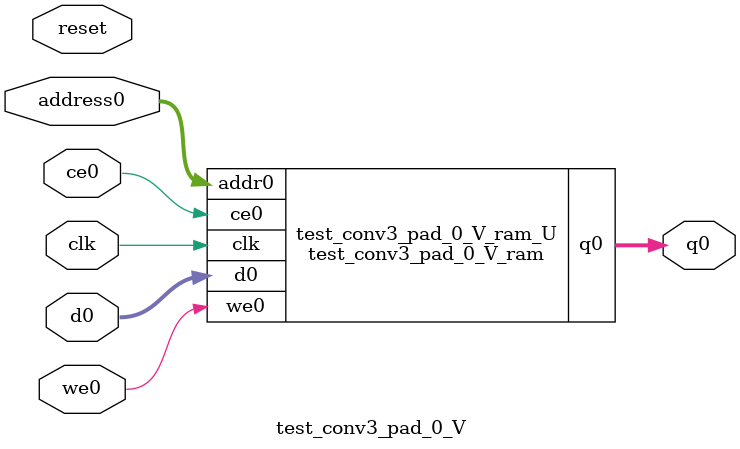
<source format=v>
`timescale 1 ns / 1 ps
module test_conv3_pad_0_V_ram (addr0, ce0, d0, we0, q0,  clk);

parameter DWIDTH = 4;
parameter AWIDTH = 17;
parameter MEM_SIZE = 110208;

input[AWIDTH-1:0] addr0;
input ce0;
input[DWIDTH-1:0] d0;
input we0;
output reg[DWIDTH-1:0] q0;
input clk;

(* ram_style = "block" *)reg [DWIDTH-1:0] ram[0:MEM_SIZE-1];




always @(posedge clk)  
begin 
    if (ce0) begin
        if (we0) 
            ram[addr0] <= d0; 
        q0 <= ram[addr0];
    end
end


endmodule

`timescale 1 ns / 1 ps
module test_conv3_pad_0_V(
    reset,
    clk,
    address0,
    ce0,
    we0,
    d0,
    q0);

parameter DataWidth = 32'd4;
parameter AddressRange = 32'd110208;
parameter AddressWidth = 32'd17;
input reset;
input clk;
input[AddressWidth - 1:0] address0;
input ce0;
input we0;
input[DataWidth - 1:0] d0;
output[DataWidth - 1:0] q0;



test_conv3_pad_0_V_ram test_conv3_pad_0_V_ram_U(
    .clk( clk ),
    .addr0( address0 ),
    .ce0( ce0 ),
    .we0( we0 ),
    .d0( d0 ),
    .q0( q0 ));

endmodule


</source>
